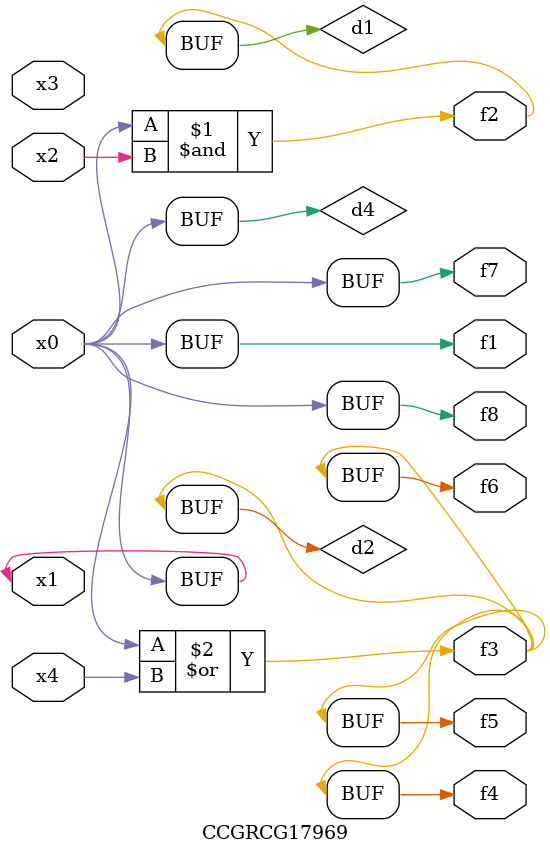
<source format=v>
module CCGRCG17969(
	input x0, x1, x2, x3, x4,
	output f1, f2, f3, f4, f5, f6, f7, f8
);

	wire d1, d2, d3, d4;

	and (d1, x0, x2);
	or (d2, x0, x4);
	nand (d3, x0, x2);
	buf (d4, x0, x1);
	assign f1 = d4;
	assign f2 = d1;
	assign f3 = d2;
	assign f4 = d2;
	assign f5 = d2;
	assign f6 = d2;
	assign f7 = d4;
	assign f8 = d4;
endmodule

</source>
